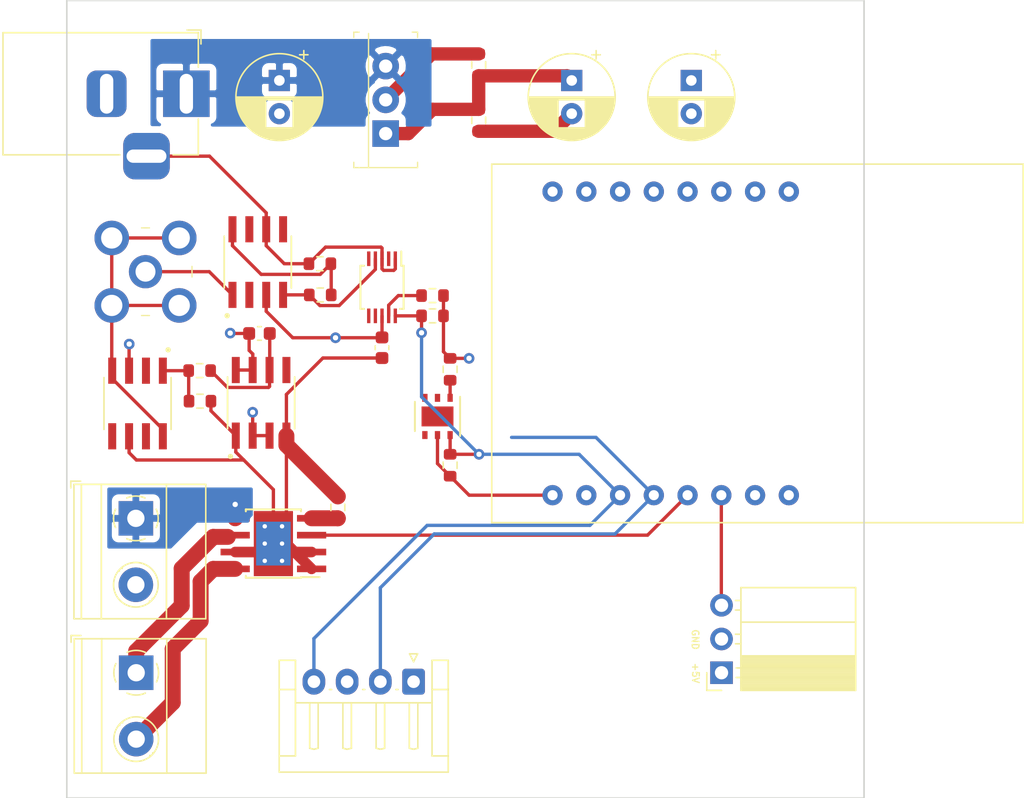
<source format=kicad_pcb>
(kicad_pcb (version 20171130) (host pcbnew "(5.1.9-0-10_14)")
  (layers (0 F.Cu signal) (1 GND power hide) (2 PWR power hide) (31 B.Cu signal) (35 F.Paste user hide) (37 F.SilkS user) (39 F.Mask user hide) (44 Edge.Cuts user))
  (net 0 "")
  (net 1 +12V)
  (net 2 GND)
  (net 3 "Net-(C2-Pad1)")
  (net 4 +5V)
  (net 5 "Net-(C5-Pad1)")
  (net 6 "Net-(J3-Pad2)")
  (net 7 "Net-(J3-Pad1)")
  (net 8 VM+)
  (net 9 "Net-(J5-Pad1)")
  (net 10 "Net-(J5-Pad2)")
  (net 11 SCL)
  (net 12 SDA)
  (net 13 "Net-(R5-Pad1)")
  (net 14 Vph)
  (net 15 "Net-(R10-Pad1)")
  (net 16 "Net-(R_lim1-Pad1)")
  (net 17 LED)
  (net 18 PUMP_IN)
  (module esp32-cam:esp32-cam (layer F.Cu) (at 65.45 45.8 270)
    (fp_text reference U3)
    (fp_text value esp32-cam)
    (pad 9 thru_hole circle (at -11.43 -8.89 270) (size 1.524 1.524) (drill 0.762) (layers *.Cu *.Mask) (net 2 GND))
    (pad 10 thru_hole circle (at -11.43 -6.35 270) (size 1.524 1.524) (drill 0.762) (layers *.Cu *.Mask))
    (pad 11 thru_hole circle (at -11.43 -3.81 270) (size 1.524 1.524) (drill 0.762) (layers *.Cu *.Mask))
    (pad 12 thru_hole circle (at -11.43 -1.27 270) (size 1.524 1.524) (drill 0.762) (layers *.Cu *.Mask))
    (pad 13 thru_hole circle (at -11.43 1.27 270) (size 1.524 1.524) (drill 0.762) (layers *.Cu *.Mask))
    (pad 14 thru_hole circle (at -11.43 3.81 270) (size 1.524 1.524) (drill 0.762) (layers *.Cu *.Mask))
    (pad 15 thru_hole circle (at -11.43 6.35 270) (size 1.524 1.524) (drill 0.762) (layers *.Cu *.Mask))
    (pad 2 thru_hole circle (at 11.43 6.35 270) (size 1.524 1.524) (drill 0.762) (layers *.Cu *.Mask) (net 2 GND))
    (pad 3 thru_hole circle (at 11.43 3.81 270) (size 1.524 1.524) (drill 0.762) (layers *.Cu *.Mask) (net 11 SCL))
    (pad 4 thru_hole circle (at 11.43 1.27 270) (size 1.524 1.524) (drill 0.762) (layers *.Cu *.Mask) (net 12 SDA))
    (pad 5 thru_hole circle (at 11.43 -1.27 270) (size 1.524 1.524) (drill 0.762) (layers *.Cu *.Mask) (net 18 PUMP_IN))
    (pad 6 thru_hole circle (at 11.43 -3.81 270) (size 1.524 1.524) (drill 0.762) (layers *.Cu *.Mask) (net 17 LED))
    (pad 7 thru_hole circle (at 11.43 -6.35 270) (size 1.524 1.524) (drill 0.762) (layers *.Cu *.Mask))
    (pad 8 thru_hole circle (at 11.43 -8.89 270) (size 1.524 1.524) (drill 0.762) (layers *.Cu *.Mask))
    (pad 16 thru_hole circle (at -11.43 8.89 270) (size 1.524 1.524) (drill 0.762) (layers *.Cu *.Mask))
    (pad 1 thru_hole circle (at 11.43 8.89 270) (size 1.524 1.524) (drill 0.762) (layers *.Cu *.Mask) (net 4 +5V))
  )
  (module Connector_JST:JST_EH_S4B-EH_1x04_P2.50mm_Horizontal (layer F.Cu) (at 46.1 71.275 180)
    (fp_text reference J6)
    (fp_text value Conn_01x04_Female)
    (pad 4 thru_hole oval (at 7.5 0 180) (size 1.7 1.95) (drill 0.95) (layers *.Cu *.Mask) (net 11 SCL))
    (pad 3 thru_hole oval (at 5 0 180) (size 1.7 1.95) (drill 0.95) (layers *.Cu *.Mask) (net 2 GND))
    (pad 2 thru_hole oval (at 2.5 0 180) (size 1.7 1.95) (drill 0.95) (layers *.Cu *.Mask) (net 12 SDA))
    (pad 1 thru_hole roundrect (at 0 0 180) (size 1.7 1.95) (drill 0.95) (layers *.Cu *.Mask) (roundrect_rratio 0.147059) (net 4 +5V))
  )
  (module Capacitor_THT:CP_Radial_D6.3mm_P2.50mm (layer F.Cu) (at 36 26 270)
    (fp_text reference C1)
    (fp_text value 10u)
    (pad 1 thru_hole rect (at 0 0 270) (size 1.6 1.6) (drill 0.8) (layers *.Cu *.Mask) (net 1 +12V))
    (pad 2 thru_hole circle (at 2.5 0 270) (size 1.6 1.6) (drill 0.8) (layers *.Cu *.Mask) (net 2 GND))
  )
  (module Capacitor_THT:CP_Radial_D6.3mm_P2.50mm (layer F.Cu) (at 58 26 270)
    (fp_text reference C2)
    (fp_text value 10u)
    (pad 2 thru_hole circle (at 2.5 0 270) (size 1.6 1.6) (drill 0.8) (layers *.Cu *.Mask) (net 2 GND))
    (pad 1 thru_hole rect (at 0 0 270) (size 1.6 1.6) (drill 0.8) (layers *.Cu *.Mask) (net 3 "Net-(C2-Pad1)"))
  )
  (module Capacitor_THT:CP_Radial_D6.3mm_P2.50mm (layer F.Cu) (at 67 26 270)
    (fp_text reference C3)
    (fp_text value 150u)
    (pad 1 thru_hole rect (at 0 0 270) (size 1.6 1.6) (drill 0.8) (layers *.Cu *.Mask) (net 4 +5V))
    (pad 2 thru_hole circle (at 2.5 0 270) (size 1.6 1.6) (drill 0.8) (layers *.Cu *.Mask) (net 2 GND))
  )
  (module Capacitor_SMD:C_0603_1608Metric (layer F.Cu) (at 43.725 46.125 90)
    (fp_text reference C4)
    (fp_text value 0.1u)
    (pad 2 smd roundrect (at 0.775 0 90) (size 0.9 0.95) (layers F.Cu F.Paste F.Mask) (net 4 +5V))
    (pad 1 smd roundrect (at -0.775 0 90) (size 0.9 0.95) (layers F.Cu F.Paste F.Mask) (net 2 GND))
  )
  (module Capacitor_SMD:C_0603_1608Metric (layer F.Cu) (at 34.5 45.05 180)
    (fp_text reference C5)
    (fp_text value 1u)
    (pad 1 smd roundrect (at -0.775 0 180) (size 0.9 0.95) (layers F.Cu F.Paste F.Mask) (net 5 "Net-(C5-Pad1)"))
    (pad 2 smd roundrect (at 0.775 0 180) (size 0.9 0.95) (layers F.Cu F.Paste F.Mask) (net 2 GND))
  )
  (module Connector_BarrelJack:BarrelJack_Horizontal (layer F.Cu) (at 29 27)
    (fp_text reference J1)
    (fp_text value Barrel_Jack_Switch)
    (pad 1 thru_hole rect (at 0 0) (size 3.5 3.5) (drill oval 1 3) (layers *.Cu *.Mask) (net 1 +12V))
    (pad 2 thru_hole roundrect (at -6 0) (size 3 3.5) (drill oval 1 3) (layers *.Cu *.Mask) (net 2 GND))
    (pad 3 thru_hole roundrect (at -3 4.7) (size 3.5 3.5) (drill oval 3 1) (layers *.Cu *.Mask) (net 2 GND))
  )
  (module Connector_PinSocket_2.54mm:PinSocket_1x03_P2.54mm_Horizontal (layer F.Cu) (at 69.275 70.6 180)
    (fp_text reference J2)
    (fp_text value Conn_01x03_Female)
    (pad 1 thru_hole rect (at 0 0 180) (size 1.7 1.7) (drill 1) (layers *.Cu *.Mask) (net 4 +5V))
    (pad 2 thru_hole oval (at 0 2.54 180) (size 1.7 1.7) (drill 1) (layers *.Cu *.Mask) (net 2 GND))
    (pad 3 thru_hole oval (at 0 5.08 180) (size 1.7 1.7) (drill 1) (layers *.Cu *.Mask) (net 17 LED))
  )
  (module digikey-footprints:RF_SMA_RightAngle_5-1814400-1 (layer F.Cu) (at 25.925 40.4 90)
    (fp_text reference J3)
    (fp_text value Conn_Coaxial)
    (pad 2 thru_hole circle (at -2.54 2.54 90) (size 2.6 2.6) (drill 1.6) (layers *.Cu *.Mask) (net 6 "Net-(J3-Pad2)"))
    (pad 2 thru_hole circle (at -2.54 -2.54 90) (size 2.6 2.6) (drill 1.6) (layers *.Cu *.Mask) (net 6 "Net-(J3-Pad2)"))
    (pad 2 thru_hole circle (at 2.54 2.54 90) (size 2.6 2.6) (drill 1.6) (layers *.Cu *.Mask) (net 6 "Net-(J3-Pad2)"))
    (pad 2 thru_hole circle (at 2.54 -2.54 90) (size 2.6 2.6) (drill 1.6) (layers *.Cu *.Mask) (net 6 "Net-(J3-Pad2)"))
    (pad 1 thru_hole circle (at 0 0 90) (size 2.5 2.5) (drill 1.5) (layers *.Cu *.Mask) (net 7 "Net-(J3-Pad1)"))
  )
  (module Resistor_SMD:R_0603_1608Metric (layer F.Cu) (at 48.85 54.975 90)
    (fp_text reference R1)
    (fp_text value 10k)
    (pad 1 smd roundrect (at -0.825 0 90) (size 0.8 0.95) (layers F.Cu F.Paste F.Mask) (net 4 +5V))
    (pad 2 smd roundrect (at 0.825 0 90) (size 0.8 0.95) (layers F.Cu F.Paste F.Mask) (net 11 SCL))
  )
  (module Resistor_SMD:R_0603_1608Metric (layer F.Cu) (at 48.85 47.75 270)
    (fp_text reference R2)
    (fp_text value 10k)
    (pad 2 smd roundrect (at 0.825 0 270) (size 0.8 0.95) (layers F.Cu F.Paste F.Mask) (net 12 SDA))
    (pad 1 smd roundrect (at -0.825 0 270) (size 0.8 0.95) (layers F.Cu F.Paste F.Mask) (net 4 +5V))
  )
  (module Resistor_SMD:R_0603_1608Metric (layer F.Cu) (at 51 24.825 270)
    (fp_text reference R3)
    (fp_text value 121)
    (pad 1 smd roundrect (at -0.825 0 270) (size 0.8 0.95) (layers F.Cu F.Paste F.Mask) (net 4 +5V))
    (pad 2 smd roundrect (at 0.825 0 270) (size 0.8 0.95) (layers F.Cu F.Paste F.Mask) (net 3 "Net-(C2-Pad1)"))
  )
  (module Resistor_SMD:R_0603_1608Metric (layer F.Cu) (at 51 29 270)
    (fp_text reference R4)
    (fp_text value 365)
    (pad 2 smd roundrect (at 0.825 0 270) (size 0.8 0.95) (layers F.Cu F.Paste F.Mask) (net 2 GND))
    (pad 1 smd roundrect (at -0.825 0 270) (size 0.8 0.95) (layers F.Cu F.Paste F.Mask) (net 3 "Net-(C2-Pad1)"))
  )
  (module Resistor_SMD:R_0603_1608Metric (layer F.Cu) (at 39.05 39.8 180)
    (fp_text reference R5)
    (fp_text value R_Small)
    (pad 2 smd roundrect (at 0.825 0 180) (size 0.8 0.95) (layers F.Cu F.Paste F.Mask) (net 2 GND))
    (pad 1 smd roundrect (at -0.825 0 180) (size 0.8 0.95) (layers F.Cu F.Paste F.Mask) (net 13 "Net-(R5-Pad1)"))
  )
  (module Resistor_SMD:R_0603_1608Metric (layer F.Cu) (at 47.525 43.725 180)
    (fp_text reference R6)
    (fp_text value 10k)
    (pad 1 smd roundrect (at -0.825 0 180) (size 0.8 0.95) (layers F.Cu F.Paste F.Mask) (net 4 +5V))
    (pad 2 smd roundrect (at 0.825 0 180) (size 0.8 0.95) (layers F.Cu F.Paste F.Mask) (net 11 SCL))
  )
  (module Resistor_SMD:R_0603_1608Metric (layer F.Cu) (at 39.075 42.15)
    (fp_text reference R7)
    (fp_text value R_Small)
    (pad 1 smd roundrect (at -0.825 0) (size 0.8 0.95) (layers F.Cu F.Paste F.Mask) (net 14 Vph))
    (pad 2 smd roundrect (at 0.825 0) (size 0.8 0.95) (layers F.Cu F.Paste F.Mask) (net 13 "Net-(R5-Pad1)"))
  )
  (module Resistor_SMD:R_0603_1608Metric (layer F.Cu) (at 47.525 42.2 180)
    (fp_text reference R8)
    (fp_text value 10k)
    (pad 2 smd roundrect (at 0.825 0 180) (size 0.8 0.95) (layers F.Cu F.Paste F.Mask) (net 12 SDA))
    (pad 1 smd roundrect (at -0.825 0 180) (size 0.8 0.95) (layers F.Cu F.Paste F.Mask) (net 4 +5V))
  )
  (module Resistor_SMD:R_0603_1608Metric (layer F.Cu) (at 30 47.85 180)
    (fp_text reference R9)
    (fp_text value 10k)
    (pad 1 smd roundrect (at -0.825 0 180) (size 0.8 0.95) (layers F.Cu F.Paste F.Mask) (net 5 "Net-(C5-Pad1)"))
    (pad 2 smd roundrect (at 0.825 0 180) (size 0.8 0.95) (layers F.Cu F.Paste F.Mask) (net 15 "Net-(R10-Pad1)"))
  )
  (module Resistor_SMD:R_0603_1608Metric (layer F.Cu) (at 30.025 50.15)
    (fp_text reference R10)
    (fp_text value 10k)
    (pad 2 smd roundrect (at 0.825 0) (size 0.8 0.95) (layers F.Cu F.Paste F.Mask) (net 2 GND))
    (pad 1 smd roundrect (at -0.825 0) (size 0.8 0.95) (layers F.Cu F.Paste F.Mask) (net 15 "Net-(R10-Pad1)"))
  )
  (module Resistor_SMD:R_0603_1608Metric (layer F.Cu) (at 40.4 58.15 90)
    (fp_text reference R_lim1)
    (fp_text value 15k)
    (pad 1 smd roundrect (at -0.825 0 90) (size 0.8 0.95) (layers F.Cu F.Paste F.Mask) (net 16 "Net-(R_lim1-Pad1)"))
    (pad 2 smd roundrect (at 0.825 0 90) (size 0.8 0.95) (layers F.Cu F.Paste F.Mask) (net 2 GND))
  )
  (module Package_SON:Texas_PWSON-N6 (layer F.Cu) (at 47.9 51.3 270)
    (fp_text reference U1)
    (fp_text value HDC1080)
    (pad 7 smd rect (at 0 0 270) (size 1.5 2.4) (layers F.Cu F.Paste F.Mask))
    (pad 1 smd rect (at -1.4 -0.95 270) (size 0.6 0.4) (layers F.Cu F.Paste F.Mask) (net 12 SDA))
    (pad 2 smd rect (at -1.4 0 270) (size 0.6 0.4) (layers F.Cu F.Paste F.Mask) (net 2 GND))
    (pad 3 smd rect (at -1.4 0.95 270) (size 0.6 0.4) (layers F.Cu F.Paste F.Mask))
    (pad 4 smd rect (at 1.4 0.95 270) (size 0.6 0.4) (layers F.Cu F.Paste F.Mask))
    (pad 5 smd rect (at 1.4 0 270) (size 0.6 0.4) (layers F.Cu F.Paste F.Mask) (net 4 +5V))
    (pad 6 smd rect (at 1.4 -0.95 270) (size 0.6 0.4) (layers F.Cu F.Paste F.Mask) (net 11 SCL))
  )
  (module digikey-footprints:TO-220-3 (layer F.Cu) (at 44 30 90)
    (fp_text reference U2)
    (fp_text value LM1085-ADJ)
    (pad 1 thru_hole rect (at 0 0 90) (size 2 2) (drill 1) (layers *.Cu *.Mask) (net 3 "Net-(C2-Pad1)"))
    (pad 2 thru_hole circle (at 2.54 0 90) (size 2 2) (drill 1) (layers *.Cu *.Mask) (net 4 +5V))
    (pad 3 thru_hole circle (at 5.08 0 90) (size 2 2) (drill 1) (layers *.Cu *.Mask) (net 1 +12V))
  )
  (module Package_SO:TSSOP-10_3x3mm_P0.5mm (layer F.Cu) (at 43.725 41.575 270)
    (fp_text reference U4)
    (fp_text value ADS1115IDGS)
    (pad 1 smd rect (at -2.15 -1 270) (size 1.1 0.25) (layers F.Cu F.Paste F.Mask) (net 2 GND))
    (pad 2 smd rect (at -2.15 -0.5 270) (size 1.1 0.25) (layers F.Cu F.Paste F.Mask))
    (pad 3 smd rect (at -2.15 0 270) (size 1.1 0.25) (layers F.Cu F.Paste F.Mask) (net 2 GND))
    (pad 4 smd rect (at -2.15 0.5 270) (size 1.1 0.25) (layers F.Cu F.Paste F.Mask) (net 14 Vph))
    (pad 5 smd rect (at -2.15 1 270) (size 1.1 0.25) (layers F.Cu F.Paste F.Mask))
    (pad 6 smd rect (at 2.15 1 270) (size 1.1 0.25) (layers F.Cu F.Paste F.Mask))
    (pad 7 smd rect (at 2.15 0.5 270) (size 1.1 0.25) (layers F.Cu F.Paste F.Mask))
    (pad 8 smd rect (at 2.15 0 270) (size 1.1 0.25) (layers F.Cu F.Paste F.Mask) (net 4 +5V))
    (pad 9 smd rect (at 2.15 -0.5 270) (size 1.1 0.25) (layers F.Cu F.Paste F.Mask) (net 12 SDA))
    (pad 10 smd rect (at 2.15 -1 270) (size 1.1 0.25) (layers F.Cu F.Paste F.Mask) (net 11 SCL))
  )
  (module SOIC127P599X175-8N (layer F.Cu) (at 34.375 39.675 90)
    (fp_text reference U5)
    (fp_text value LMP7721MA_NOPB)
    (pad 1 smd rect (at -2.47 -1.905 90) (size 1.97 0.6) (layers F.Cu F.Paste F.Mask) (net 7 "Net-(J3-Pad1)"))
    (pad 2 smd rect (at -2.47 -0.635 90) (size 1.97 0.6) (layers F.Cu F.Paste F.Mask))
    (pad 3 smd rect (at -2.47 0.635 90) (size 1.97 0.6) (layers F.Cu F.Paste F.Mask) (net 4 +5V))
    (pad 4 smd rect (at -2.47 1.905 90) (size 1.97 0.6) (layers F.Cu F.Paste F.Mask) (net 14 Vph))
    (pad 5 smd rect (at 2.47 1.905 90) (size 1.97 0.6) (layers F.Cu F.Paste F.Mask))
    (pad 6 smd rect (at 2.47 0.635 90) (size 1.97 0.6) (layers F.Cu F.Paste F.Mask) (net 2 GND))
    (pad 7 smd rect (at 2.47 -0.635 90) (size 1.97 0.6) (layers F.Cu F.Paste F.Mask))
    (pad 8 smd rect (at 2.47 -1.905 90) (size 1.97 0.6) (layers F.Cu F.Paste F.Mask) (net 13 "Net-(R5-Pad1)"))
  )
  (module SOIC127P599X175-8N (layer F.Cu) (at 25.325 50.325 270)
    (fp_text reference U6)
    (fp_text value LMP7721MA_NOPB)
    (pad 1 smd rect (at -2.47 -1.905 270) (size 1.97 0.6) (layers F.Cu F.Paste F.Mask) (net 15 "Net-(R10-Pad1)"))
    (pad 2 smd rect (at -2.47 -0.635 270) (size 1.97 0.6) (layers F.Cu F.Paste F.Mask))
    (pad 3 smd rect (at -2.47 0.635 270) (size 1.97 0.6) (layers F.Cu F.Paste F.Mask) (net 4 +5V))
    (pad 4 smd rect (at -2.47 1.905 270) (size 1.97 0.6) (layers F.Cu F.Paste F.Mask) (net 6 "Net-(J3-Pad2)"))
    (pad 5 smd rect (at 2.47 1.905 270) (size 1.97 0.6) (layers F.Cu F.Paste F.Mask))
    (pad 6 smd rect (at 2.47 0.635 270) (size 1.97 0.6) (layers F.Cu F.Paste F.Mask) (net 2 GND))
    (pad 7 smd rect (at 2.47 -0.635 270) (size 1.97 0.6) (layers F.Cu F.Paste F.Mask))
    (pad 8 smd rect (at 2.47 -1.905 270) (size 1.97 0.6) (layers F.Cu F.Paste F.Mask) (net 6 "Net-(J3-Pad2)"))
  )
  (module SOIC127P599X175-8N (layer F.Cu) (at 34.625 50.275 90)
    (fp_text reference U7)
    (fp_text value LM4140ACM-1.0)
    (pad 8 smd rect (at 2.47 -1.905 90) (size 1.97 0.6) (layers F.Cu F.Paste F.Mask) (net 2 GND))
    (pad 7 smd rect (at 2.47 -0.635 90) (size 1.97 0.6) (layers F.Cu F.Paste F.Mask) (net 2 GND))
    (pad 6 smd rect (at 2.47 0.635 90) (size 1.97 0.6) (layers F.Cu F.Paste F.Mask) (net 5 "Net-(C5-Pad1)"))
    (pad 5 smd rect (at 2.47 1.905 90) (size 1.97 0.6) (layers F.Cu F.Paste F.Mask))
    (pad 4 smd rect (at -2.47 1.905 90) (size 1.97 0.6) (layers F.Cu F.Paste F.Mask) (net 2 GND))
    (pad 3 smd rect (at -2.47 0.635 90) (size 1.97 0.6) (layers F.Cu F.Paste F.Mask) (net 4 +5V))
    (pad 2 smd rect (at -2.47 -0.635 90) (size 1.97 0.6) (layers F.Cu F.Paste F.Mask) (net 4 +5V))
    (pad 1 smd rect (at -2.47 -1.905 90) (size 1.97 0.6) (layers F.Cu F.Paste F.Mask) (net 2 GND))
  )
  (module Package_SO:Texas_HTSOP-8-1EP_3.9x4.9mm_P1.27mm_EP2.95x4.9mm_Mask2.4x3.1mm_ThermalVias (layer F.Cu) (at 35.55 60.875 180)
    (fp_text reference U8)
    (fp_text value DRV8871DDA)
    (pad 9 smd rect (at 0 0 180) (size 2.6 3.3) (layers B.Cu) (net 2 GND))
    (pad 1 smd rect (at -2.875 -1.905 180) (size 2.2 0.5) (layers F.Cu F.Paste F.Mask) (net 2 GND))
    (pad 2 smd rect (at -2.875 -0.635 180) (size 2.2 0.5) (layers F.Cu F.Paste F.Mask) (net 2 GND))
    (pad 3 smd rect (at -2.875 0.635 180) (size 2.2 0.5) (layers F.Cu F.Paste F.Mask) (net 18 PUMP_IN))
    (pad 4 smd rect (at -2.875 1.905 180) (size 2.2 0.5) (layers F.Cu F.Paste F.Mask) (net 16 "Net-(R_lim1-Pad1)"))
    (pad 5 smd rect (at 2.875 1.905 180) (size 2.2 0.5) (layers F.Cu F.Paste F.Mask) (net 8 VM+))
    (pad 6 smd rect (at 2.875 0.635 180) (size 2.2 0.5) (layers F.Cu F.Paste F.Mask) (net 9 "Net-(J5-Pad1)"))
    (pad 7 smd rect (at 2.875 -0.635 180) (size 2.2 0.5) (layers F.Cu F.Paste F.Mask) (net 2 GND))
    (pad 8 smd rect (at 2.875 -1.905 180) (size 2.2 0.5) (layers F.Cu F.Paste F.Mask) (net 10 "Net-(J5-Pad2)"))
    (pad 9 smd rect (at 0 0 180) (size 2.95 4.9) (layers F.Cu) (net 2 GND))
    (pad 9 thru_hole circle (at -0.65 -1.3 180) (size 0.63 0.63) (drill 0.33) (layers *.Cu *.Mask) (net 2 GND))
    (pad 9 thru_hole circle (at -0.65 0 180) (size 0.63 0.63) (drill 0.33) (layers *.Cu *.Mask) (net 2 GND))
    (pad 9 thru_hole circle (at 0.65 0 180) (size 0.63 0.63) (drill 0.33) (layers *.Cu *.Mask) (net 2 GND))
    (pad 9 thru_hole circle (at 0.65 -1.3 180) (size 0.63 0.63) (drill 0.33) (layers *.Cu *.Mask) (net 2 GND))
    (pad 9 thru_hole circle (at -0.65 1.3 180) (size 0.63 0.63) (drill 0.33) (layers *.Cu *.Mask) (net 2 GND))
    (pad 9 thru_hole circle (at 0.65 1.3 180) (size 0.63 0.63) (drill 0.33) (layers *.Cu *.Mask) (net 2 GND))
  )
  (module TerminalBlock_Phoenix:TerminalBlock_Phoenix_MKDS-1,5-2_1x02_P5.00mm_Horizontal (layer F.Cu) (at 25.2 58.975 270)
    (fp_text reference J4)
    (fp_text value Screw_Terminal_01x02)
    (pad 2 thru_hole circle (at 5 0 270) (size 2.6 2.6) (drill 1.3) (layers *.Cu *.Mask) (net 2 GND))
    (pad 1 thru_hole rect (at 0 0 270) (size 2.6 2.6) (drill 1.3) (layers *.Cu *.Mask) (net 8 VM+))
  )
  (module TerminalBlock_Phoenix:TerminalBlock_Phoenix_MKDS-1,5-2_1x02_P5.00mm_Horizontal (layer F.Cu) (at 25.225 70.6 270)
    (fp_text reference J5)
    (fp_text value Screw_Terminal_01x02)
    (pad 1 thru_hole rect (at 0 0 270) (size 2.6 2.6) (drill 1.3) (layers *.Cu *.Mask) (net 9 "Net-(J5-Pad1)"))
    (pad 2 thru_hole circle (at 5 0 270) (size 2.6 2.6) (drill 1.3) (layers *.Cu *.Mask) (net 10 "Net-(J5-Pad2)"))
  )
  (gr_text GND (at 67.3 68.1 -90) (layer F.SilkS) (effects (font (size 0.5 0.5) (thickness 0.1))))
  (gr_text +5V (at 67.325 70.625 -90) (layer F.SilkS) (effects (font (size 0.5 0.5) (thickness 0.1))))
  (gr_line (start 80 20) (end 20 20) (layer Edge.Cuts) (width 0.05))
  (gr_line (start 80 80) (end 20 80) (layer Edge.Cuts) (width 0.05))
  (gr_line (start 80 80) (end 80 20) (layer Edge.Cuts) (width 0.12))
  (gr_line (start 20 20) (end 20 80) (layer Edge.Cuts) (width 0.12))
  (segment (start 32.72 47.805) (end 33.99 47.805) (width 0.25) (layer F.Cu) (net 2))
  (segment (start 34 47.795) (end 33.99 47.805) (width 0.25) (layer F.Cu) (net 2))
  (segment (start 34 46.6) (end 34 47.795) (width 0.25) (layer F.Cu) (net 2))
  (segment (start 33.725 46.325) (end 34 46.6) (width 0.25) (layer F.Cu) (net 2))
  (segment (start 33.725 45.05) (end 33.725 46.325) (width 0.25) (layer F.Cu) (net 2))
  (segment (start 30.85 50.875) (end 32.72 52.745) (width 0.25) (layer F.Cu) (net 2))
  (segment (start 30.85 50.15) (end 30.85 50.875) (width 0.25) (layer F.Cu) (net 2))
  (segment (start 36.37 39.8) (end 38.225 39.8) (width 0.25) (layer F.Cu) (net 2))
  (segment (start 35.01 38.44) (end 36.37 39.8) (width 0.25) (layer F.Cu) (net 2))
  (segment (start 35.01 37.205) (end 35.01 38.44) (width 0.25) (layer F.Cu) (net 2))
  (via (at 32.3 45.025) (size 0.8) (drill 0.4) (layers F.Cu B.Cu) (net 2))
  (segment (start 32.325 45.05) (end 32.3 45.025) (width 0.25) (layer F.Cu) (net 2))
  (segment (start 33.725 45.05) (end 32.325 45.05) (width 0.25) (layer F.Cu) (net 2))
  (segment (start 35.01 35.97) (end 35.01 37.205) (width 0.25) (layer F.Cu) (net 2))
  (segment (start 30.74 31.7) (end 35.01 35.97) (width 0.25) (layer F.Cu) (net 2))
  (segment (start 26 31.7) (end 30.74 31.7) (width 0.25) (layer F.Cu) (net 2))
  (segment (start 43.649999 38.549999) (end 39.475001 38.549999) (width 0.25) (layer F.Cu) (net 2))
  (segment (start 39.475001 38.549999) (end 38.225 39.8) (width 0.25) (layer F.Cu) (net 2))
  (segment (start 43.725 38.625) (end 43.649999 38.549999) (width 0.25) (layer F.Cu) (net 2))
  (segment (start 43.725 39.425) (end 43.725 38.625) (width 0.25) (layer F.Cu) (net 2))
  (segment (start 44.610001 40.300001) (end 44.725 40.185002) (width 0.25) (layer F.Cu) (net 2))
  (segment (start 44.725 40.185002) (end 44.725 39.425) (width 0.25) (layer F.Cu) (net 2))
  (segment (start 43.839999 40.300001) (end 44.610001 40.300001) (width 0.25) (layer F.Cu) (net 2))
  (segment (start 43.725 40.185002) (end 43.839999 40.300001) (width 0.25) (layer F.Cu) (net 2))
  (segment (start 43.725 39.425) (end 43.725 40.185002) (width 0.25) (layer F.Cu) (net 2))
  (segment (start 36.53 52.745) (end 36.53 49.645) (width 0.25) (layer F.Cu) (net 2))
  (segment (start 36.53 49.645) (end 39.275 46.9) (width 0.25) (layer F.Cu) (net 2))
  (segment (start 39.275 46.9) (end 43.725 46.9) (width 0.25) (layer F.Cu) (net 2))
  (segment (start 36.53 59.895) (end 35.55 60.875) (width 0.25) (layer F.Cu) (net 2))
  (segment (start 36.53 52.745) (end 36.53 59.895) (width 0.25) (layer F.Cu) (net 2))
  (segment (start 35.55 56.81) (end 35.55 60.875) (width 0.25) (layer F.Cu) (net 2))
  (segment (start 32.72 52.745) (end 32.72 53.98) (width 0.25) (layer F.Cu) (net 2))
  (segment (start 24.69 54.03) (end 25.24 54.58) (width 0.25) (layer F.Cu) (net 2))
  (segment (start 25.24 54.58) (end 33.32 54.58) (width 0.25) (layer F.Cu) (net 2))
  (segment (start 24.69 52.795) (end 24.69 54.03) (width 0.25) (layer F.Cu) (net 2))
  (segment (start 33.32 54.58) (end 35.55 56.81) (width 0.25) (layer F.Cu) (net 2))
  (segment (start 32.72 53.98) (end 33.32 54.58) (width 0.25) (layer F.Cu) (net 2))
  (segment (start 56.675 29.825) (end 58 28.5) (width 1) (layer F.Cu) (net 2))
  (segment (start 51 29.825) (end 56.675 29.825) (width 1) (layer F.Cu) (net 2))
  (segment (start 34.915 61.51) (end 35.55 60.875) (width 0.8) (layer F.Cu) (net 2))
  (segment (start 32.675 61.51) (end 34.915 61.51) (width 0.8) (layer F.Cu) (net 2))
  (segment (start 36.185 61.51) (end 38.425 61.51) (width 0.8) (layer F.Cu) (net 2))
  (segment (start 35.55 60.875) (end 36.185 61.51) (width 0.8) (layer F.Cu) (net 2))
  (segment (start 36.52 60.875) (end 38.425 62.78) (width 0.8) (layer F.Cu) (net 2))
  (segment (start 35.55 60.875) (end 36.52 60.875) (width 0.8) (layer F.Cu) (net 2))
  (segment (start 36.53 53.455) (end 40.4 57.325) (width 1.2) (layer F.Cu) (net 2))
  (segment (start 36.53 52.745) (end 36.53 53.455) (width 1.2) (layer F.Cu) (net 2))
  (segment (start 44 30) (end 45.7 30) (width 1) (layer F.Cu) (net 3))
  (segment (start 47.525 28.175) (end 51 28.175) (width 1) (layer F.Cu) (net 3))
  (segment (start 45.7 30) (end 47.525 28.175) (width 1) (layer F.Cu) (net 3))
  (segment (start 51 28.175) (end 51 25.65) (width 1) (layer F.Cu) (net 3))
  (segment (start 57.65 25.65) (end 58 26) (width 1) (layer F.Cu) (net 3))
  (segment (start 51 25.65) (end 57.65 25.65) (width 1) (layer F.Cu) (net 3))
  (segment (start 33.99 52.745) (end 35.26 52.745) (width 0.25) (layer F.Cu) (net 4))
  (via (at 24.7 45.85) (size 0.8) (drill 0.4) (layers F.Cu B.Cu) (net 4))
  (segment (start 24.69 45.86) (end 24.7 45.85) (width 0.25) (layer F.Cu) (net 4))
  (segment (start 24.69 47.855) (end 24.69 45.86) (width 0.25) (layer F.Cu) (net 4))
  (segment (start 43.725 45.35) (end 43.725 43.725) (width 0.25) (layer F.Cu) (net 4))
  (segment (start 35.01 43.38) (end 35.01 42.145) (width 0.25) (layer F.Cu) (net 4))
  (segment (start 40.225 45.375) (end 43.7 45.375) (width 0.25) (layer F.Cu) (net 4))
  (segment (start 37.005 45.375) (end 35.01 43.38) (width 0.25) (layer F.Cu) (net 4))
  (segment (start 40.225 45.375) (end 37.005 45.375) (width 0.25) (layer F.Cu) (net 4))
  (segment (start 43.7 45.375) (end 43.725 45.35) (width 0.25) (layer F.Cu) (net 4))
  (via (at 40.225 45.375) (size 0.8) (drill 0.4) (layers F.Cu B.Cu) (net 4))
  (segment (start 48.35 42.2) (end 48.35 43.725) (width 0.25) (layer F.Cu) (net 4))
  (segment (start 48.35 46.425) (end 48.85 46.925) (width 0.25) (layer F.Cu) (net 4))
  (segment (start 48.35 43.725) (end 48.35 46.425) (width 0.25) (layer F.Cu) (net 4))
  (segment (start 48.85 46.925) (end 50.275 46.925) (width 0.25) (layer F.Cu) (net 4))
  (via (at 50.275 46.925) (size 0.8) (drill 0.4) (layers F.Cu B.Cu) (net 4))
  (segment (start 33.99 52.745) (end 33.99 50.985) (width 0.25) (layer F.Cu) (net 4))
  (via (at 33.99 50.985) (size 0.8) (drill 0.4) (layers F.Cu B.Cu) (net 4))
  (segment (start 50.28 57.23) (end 48.85 55.8) (width 0.25) (layer F.Cu) (net 4))
  (segment (start 56.56 57.23) (end 50.28 57.23) (width 0.25) (layer F.Cu) (net 4))
  (segment (start 47.9 54.85) (end 48.85 55.8) (width 0.25) (layer F.Cu) (net 4))
  (segment (start 47.9 52.7) (end 47.9 54.85) (width 0.25) (layer F.Cu) (net 4))
  (segment (start 44 27.46) (end 47.46 24) (width 1) (layer F.Cu) (net 4))
  (segment (start 47.46 24) (end 51 24) (width 1) (layer F.Cu) (net 4))
  (segment (start 35.275 47.79) (end 35.26 47.805) (width 0.25) (layer F.Cu) (net 5))
  (segment (start 35.275 45.05) (end 35.275 47.79) (width 0.25) (layer F.Cu) (net 5))
  (segment (start 35.26 49.04) (end 35.26 47.805) (width 0.25) (layer F.Cu) (net 5))
  (segment (start 35.184999 49.115001) (end 35.26 49.04) (width 0.25) (layer F.Cu) (net 5))
  (segment (start 32.090001 49.115001) (end 35.184999 49.115001) (width 0.25) (layer F.Cu) (net 5))
  (segment (start 30.825 47.85) (end 32.090001 49.115001) (width 0.25) (layer F.Cu) (net 5))
  (segment (start 27.23 52.265002) (end 27.23 52.795) (width 0.25) (layer F.Cu) (net 6))
  (segment (start 23.42 48.455002) (end 27.23 52.265002) (width 0.25) (layer F.Cu) (net 6))
  (segment (start 23.42 47.855) (end 23.42 48.455002) (width 0.25) (layer F.Cu) (net 6))
  (segment (start 23.385 47.82) (end 23.42 47.855) (width 0.25) (layer F.Cu) (net 6))
  (segment (start 23.385 42.94) (end 23.385 47.82) (width 0.25) (layer F.Cu) (net 6))
  (segment (start 23.385 42.94) (end 23.385 37.86) (width 0.25) (layer F.Cu) (net 6))
  (segment (start 23.385 37.86) (end 28.465 37.86) (width 0.25) (layer F.Cu) (net 6))
  (segment (start 23.385 42.94) (end 28.465 42.94) (width 0.25) (layer F.Cu) (net 6))
  (segment (start 30.725 40.4) (end 32.47 42.145) (width 0.25) (layer F.Cu) (net 7))
  (segment (start 25.925 40.4) (end 30.725 40.4) (width 0.25) (layer F.Cu) (net 7))
  (via (at 32.675 57.925) (size 0.8) (drill 0.4) (layers F.Cu B.Cu) (net 8))
  (segment (start 32.675 58.97) (end 32.675 57.925) (width 1.2) (layer F.Cu) (net 8))
  (segment (start 25.225 70.6) (end 25.225 68.975) (width 1.2) (layer F.Cu) (net 9))
  (segment (start 25.225 68.975) (end 28.65 65.55) (width 1.2) (layer F.Cu) (net 9))
  (segment (start 31.024988 60.37001) (end 32.11792 60.37001) (width 1.2) (layer F.Cu) (net 9))
  (segment (start 28.65 62.744998) (end 31.024988 60.37001) (width 1.2) (layer F.Cu) (net 9))
  (segment (start 28.65 65.55) (end 28.65 62.744998) (width 1.2) (layer F.Cu) (net 9))
  (segment (start 25.225 75.6) (end 27.975 72.85) (width 1.2) (layer F.Cu) (net 10))
  (segment (start 27.975 72.85) (end 27.975 68.8) (width 1.2) (layer F.Cu) (net 10))
  (segment (start 30.075 66.7) (end 30.075 63.725) (width 1.2) (layer F.Cu) (net 10))
  (segment (start 27.975 68.8) (end 30.075 66.7) (width 1.2) (layer F.Cu) (net 10))
  (segment (start 31.02 62.78) (end 32.675 62.78) (width 1.2) (layer F.Cu) (net 10))
  (segment (start 30.075 63.725) (end 31.02 62.78) (width 1.2) (layer F.Cu) (net 10))
  (segment (start 44.725 43.725) (end 46.7 43.725) (width 0.25) (layer F.Cu) (net 11))
  (segment (start 48.85 52.7) (end 48.85 54.15) (width 0.25) (layer F.Cu) (net 11))
  (segment (start 61.64 57.23) (end 58.56 54.15) (width 0.25) (layer B.Cu) (net 11))
  (via (at 51.025 54.15) (size 0.8) (drill 0.4) (layers F.Cu B.Cu) (net 11))
  (segment (start 58.56 54.15) (end 51.025 54.15) (width 0.25) (layer B.Cu) (net 11))
  (segment (start 51.025 54.15) (end 48.85 54.15) (width 0.25) (layer F.Cu) (net 11))
  (segment (start 46.7 45) (end 46.7 43.725) (width 0.25) (layer F.Cu) (net 11))
  (segment (start 46.7 45) (end 46.7 49.825) (width 0.25) (layer B.Cu) (net 11))
  (segment (start 46.7 49.825) (end 51.025 54.15) (width 0.25) (layer B.Cu) (net 11))
  (via (at 46.7 45) (size 0.8) (drill 0.4) (layers F.Cu B.Cu) (net 11))
  (segment (start 38.6 71.275) (end 38.6 68.025) (width 0.25) (layer B.Cu) (net 11))
  (segment (start 38.6 68.025) (end 47.125 59.5) (width 0.25) (layer B.Cu) (net 11))
  (segment (start 59.37 59.5) (end 61.64 57.23) (width 0.25) (layer B.Cu) (net 11))
  (segment (start 47.125 59.5) (end 59.37 59.5) (width 0.25) (layer B.Cu) (net 11))
  (segment (start 48.85 48.575) (end 48.85 49.9) (width 0.25) (layer F.Cu) (net 12))
  (segment (start 44.95 42.2) (end 46.7 42.2) (width 0.25) (layer F.Cu) (net 12))
  (segment (start 44.225 42.925) (end 44.95 42.2) (width 0.25) (layer F.Cu) (net 12))
  (segment (start 44.225 43.725) (end 44.225 42.925) (width 0.25) (layer F.Cu) (net 12))
  (segment (start 43.6 71.275) (end 43.6 64.2) (width 0.25) (layer B.Cu) (net 12))
  (segment (start 43.6 64.2) (end 47.65 60.15) (width 0.25) (layer B.Cu) (net 12))
  (segment (start 61.26 60.15) (end 64.18 57.23) (width 0.25) (layer B.Cu) (net 12))
  (segment (start 47.65 60.15) (end 61.26 60.15) (width 0.25) (layer B.Cu) (net 12))
  (segment (start 64.18 57.23) (end 59.825 52.875) (width 0.25) (layer B.Cu) (net 12))
  (segment (start 59.825 52.875) (end 53.475 52.875) (width 0.25) (layer B.Cu) (net 12))
  (segment (start 39.9 39.825) (end 39.875 39.8) (width 0.25) (layer F.Cu) (net 13))
  (segment (start 39.9 42.15) (end 39.9 39.825) (width 0.25) (layer F.Cu) (net 13))
  (segment (start 34.63001 40.60001) (end 39.07499 40.60001) (width 0.25) (layer F.Cu) (net 13))
  (segment (start 39.07499 40.60001) (end 39.875 39.8) (width 0.25) (layer F.Cu) (net 13))
  (segment (start 32.47 38.44) (end 34.63001 40.60001) (width 0.25) (layer F.Cu) (net 13))
  (segment (start 32.47 37.205) (end 32.47 38.44) (width 0.25) (layer F.Cu) (net 13))
  (segment (start 38.245 42.145) (end 38.25 42.15) (width 0.25) (layer F.Cu) (net 14))
  (segment (start 36.28 42.145) (end 38.245 42.145) (width 0.25) (layer F.Cu) (net 14))
  (segment (start 40.49999 42.95001) (end 39.05001 42.95001) (width 0.25) (layer F.Cu) (net 14))
  (segment (start 39.05001 42.95001) (end 38.25 42.15) (width 0.25) (layer F.Cu) (net 14))
  (segment (start 43.225 40.225) (end 40.49999 42.95001) (width 0.25) (layer F.Cu) (net 14))
  (segment (start 43.225 39.425) (end 43.225 40.225) (width 0.25) (layer F.Cu) (net 14))
  (segment (start 29.17 47.855) (end 29.175 47.85) (width 0.25) (layer F.Cu) (net 15))
  (segment (start 27.23 47.855) (end 29.17 47.855) (width 0.25) (layer F.Cu) (net 15))
  (segment (start 29.175 50.125) (end 29.2 50.15) (width 0.25) (layer F.Cu) (net 15))
  (segment (start 29.175 47.85) (end 29.175 50.125) (width 0.25) (layer F.Cu) (net 15))
  (segment (start 40.395 58.97) (end 40.4 58.975) (width 1.2) (layer F.Cu) (net 16))
  (segment (start 38.425 58.97) (end 40.395 58.97) (width 1.2) (layer F.Cu) (net 16))
  (segment (start 69.26 65.505) (end 69.275 65.52) (width 0.25) (layer F.Cu) (net 17))
  (segment (start 69.26 57.23) (end 69.26 65.505) (width 0.25) (layer F.Cu) (net 17))
  (segment (start 63.71 60.24) (end 66.72 57.23) (width 0.25) (layer F.Cu) (net 18))
  (segment (start 38.425 60.24) (end 63.71 60.24) (width 0.25) (layer F.Cu) (net 18))
  (zone (net 8) (net_name VM+) (layer B.Cu) (connect_pads (clearance 0.508)) (min_thickness 0.254) (fill yes (arc_segments 32) (thermal_gap 0.508) (thermal_bridge_width 0.508))
    (polygon (pts (xy 34 59.3) (xy 29.8 59.3) (xy 27.85 61.25) (xy 23.05 61.25) (xy 23.05 56.65) (xy 34 56.65)))
  )
  (zone (net 1) (net_name +12V) (layer B.Cu) (connect_pads (clearance 0.508)) (min_thickness 0.254) (fill yes (arc_segments 32) (thermal_gap 0.508) (thermal_bridge_width 0.508))
    (polygon (pts (xy 47.45 29.475) (xy 26.3 29.475) (xy 26.3 22.875) (xy 47.45 22.875)))
  )
)
</source>
